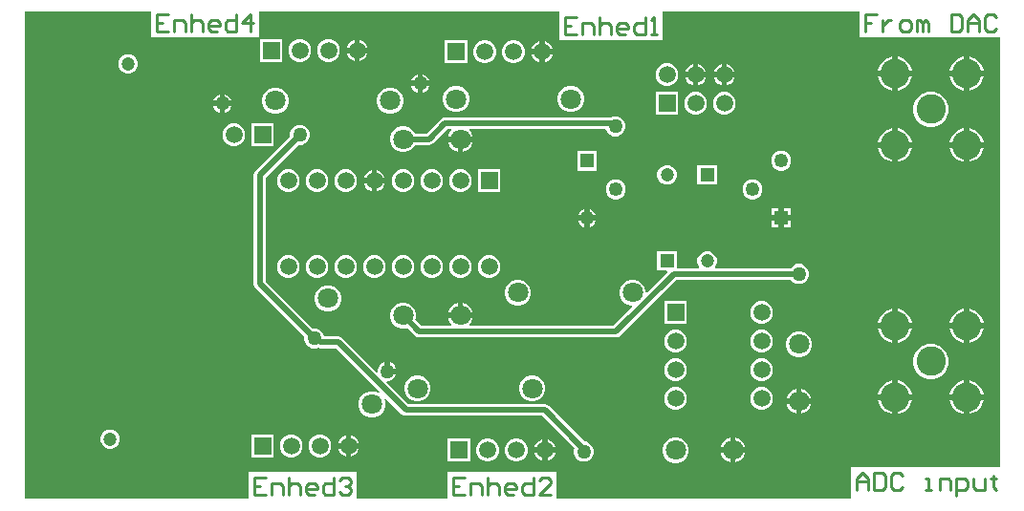
<source format=gbr>
%TF.GenerationSoftware,Altium Limited,Altium Designer,22.4.2 (48)*%
G04 Layer_Physical_Order=1*
G04 Layer_Color=255*
%FSLAX45Y45*%
%MOMM*%
%TF.SameCoordinates,21CD9DD7-479E-4939-AD86-19BEA9B0C4F6*%
%TF.FilePolarity,Positive*%
%TF.FileFunction,Copper,L1,Top,Signal*%
%TF.Part,Single*%
G01*
G75*
%TA.AperFunction,Conductor*%
%ADD10C,0.50800*%
%TA.AperFunction,NonConductor*%
%ADD11C,0.25400*%
%TA.AperFunction,ComponentPad*%
%ADD12C,2.60000*%
%ADD13R,1.50000X1.50000*%
%ADD14C,1.50000*%
%ADD15C,1.80000*%
%ADD16R,1.25000X1.25000*%
%ADD17C,1.25000*%
%ADD18C,1.20000*%
%ADD19R,1.20000X1.20000*%
%ADD20R,1.50000X1.50000*%
%ADD21C,1.19400*%
%TA.AperFunction,ViaPad*%
%ADD22C,1.27000*%
G36*
X7391589Y4343425D02*
X8636000D01*
Y533367D01*
X7315401D01*
Y254000D01*
X4711561D01*
Y495275D01*
X3746640D01*
Y254000D01*
X2946261D01*
Y495275D01*
X1981340D01*
Y254000D01*
X0D01*
Y4572000D01*
X1117740D01*
Y4343425D01*
X2082661D01*
Y4572000D01*
X4724542D01*
X4737231Y4571975D01*
X4737232Y4559300D01*
Y4318025D01*
X5651369D01*
Y4559300D01*
X5651369Y4571975D01*
X5664059Y4572000D01*
X7391589D01*
Y4343425D01*
D02*
G37*
%LPC*%
G36*
X2971400Y4321572D02*
Y4254100D01*
X3038872D01*
X3026937Y4282913D01*
X3000213Y4309637D01*
X2971400Y4321572D01*
D02*
G37*
G36*
X2921400D02*
X2892587Y4309637D01*
X2865863Y4282913D01*
X2853928Y4254100D01*
X2921400D01*
Y4321572D01*
D02*
G37*
G36*
X4609700Y4308872D02*
Y4241400D01*
X4677171D01*
X4665237Y4270213D01*
X4638513Y4296937D01*
X4609700Y4308872D01*
D02*
G37*
G36*
X4559700D02*
X4530887Y4296937D01*
X4504163Y4270213D01*
X4492228Y4241400D01*
X4559700D01*
Y4308872D01*
D02*
G37*
G36*
X3038872Y4204100D02*
X2971400D01*
Y4136628D01*
X3000213Y4148563D01*
X3026937Y4175287D01*
X3038872Y4204100D01*
D02*
G37*
G36*
X2921400D02*
X2853928D01*
X2865863Y4175287D01*
X2892587Y4148563D01*
X2921400Y4136628D01*
Y4204100D01*
D02*
G37*
G36*
X2712371Y4329500D02*
X2672429D01*
X2635528Y4314215D01*
X2607285Y4285972D01*
X2592000Y4249071D01*
Y4209129D01*
X2607285Y4172228D01*
X2635528Y4143985D01*
X2672429Y4128700D01*
X2712371D01*
X2749272Y4143985D01*
X2777515Y4172228D01*
X2792800Y4209129D01*
Y4249071D01*
X2777515Y4285972D01*
X2749272Y4314215D01*
X2712371Y4329500D01*
D02*
G37*
G36*
X2458371D02*
X2418429D01*
X2381528Y4314215D01*
X2353285Y4285972D01*
X2338000Y4249071D01*
Y4209129D01*
X2353285Y4172228D01*
X2381528Y4143985D01*
X2418429Y4128700D01*
X2458371D01*
X2495272Y4143985D01*
X2523515Y4172228D01*
X2538800Y4209129D01*
Y4249071D01*
X2523515Y4285972D01*
X2495272Y4314215D01*
X2458371Y4329500D01*
D02*
G37*
G36*
X2284800D02*
X2084000D01*
Y4128700D01*
X2284800D01*
Y4329500D01*
D02*
G37*
G36*
X4677171Y4191400D02*
X4609700D01*
Y4123928D01*
X4638513Y4135863D01*
X4665237Y4162587D01*
X4677171Y4191400D01*
D02*
G37*
G36*
X4559700D02*
X4492228D01*
X4504163Y4162587D01*
X4530887Y4135863D01*
X4559700Y4123928D01*
Y4191400D01*
D02*
G37*
G36*
X4350671Y4316800D02*
X4310729D01*
X4273828Y4301515D01*
X4245585Y4273272D01*
X4230300Y4236371D01*
Y4196429D01*
X4245585Y4159528D01*
X4273828Y4131285D01*
X4310729Y4116000D01*
X4350671D01*
X4387572Y4131285D01*
X4415815Y4159528D01*
X4431100Y4196429D01*
Y4236371D01*
X4415815Y4273272D01*
X4387572Y4301515D01*
X4350671Y4316800D01*
D02*
G37*
G36*
X4096671D02*
X4056729D01*
X4019828Y4301515D01*
X3991585Y4273272D01*
X3976300Y4236371D01*
Y4196429D01*
X3991585Y4159528D01*
X4019828Y4131285D01*
X4056729Y4116000D01*
X4096671D01*
X4133572Y4131285D01*
X4161815Y4159528D01*
X4177100Y4196429D01*
Y4236371D01*
X4161815Y4273272D01*
X4133572Y4301515D01*
X4096671Y4316800D01*
D02*
G37*
G36*
X3923100D02*
X3722300D01*
Y4116000D01*
X3923100D01*
Y4316800D01*
D02*
G37*
G36*
X8372667Y4174830D02*
X8367830D01*
Y4049830D01*
X8492830D01*
Y4054667D01*
X8469994Y4109798D01*
X8427798Y4151994D01*
X8372667Y4174830D01*
D02*
G37*
G36*
X8317830D02*
X8312993D01*
X8257862Y4151994D01*
X8215666Y4109798D01*
X8192830Y4054667D01*
Y4049830D01*
X8317830D01*
Y4174830D01*
D02*
G37*
G36*
X7739807D02*
X7734970D01*
Y4049830D01*
X7859970D01*
Y4054667D01*
X7837134Y4109798D01*
X7794938Y4151994D01*
X7739807Y4174830D01*
D02*
G37*
G36*
X7684970D02*
X7680133D01*
X7625002Y4151994D01*
X7582806Y4109798D01*
X7559970Y4054667D01*
Y4049830D01*
X7684970D01*
Y4174830D01*
D02*
G37*
G36*
X6222600Y4105672D02*
Y4038200D01*
X6290072D01*
X6278137Y4067013D01*
X6251413Y4093737D01*
X6222600Y4105672D01*
D02*
G37*
G36*
X6172600D02*
X6143787Y4093737D01*
X6117063Y4067013D01*
X6105128Y4038200D01*
X6172600D01*
Y4105672D01*
D02*
G37*
G36*
X5968600D02*
Y4038200D01*
X6036072D01*
X6024137Y4067013D01*
X5997413Y4093737D01*
X5968600Y4105672D01*
D02*
G37*
G36*
X5918600D02*
X5889787Y4093737D01*
X5863063Y4067013D01*
X5851128Y4038200D01*
X5918600D01*
Y4105672D01*
D02*
G37*
G36*
X933877Y4194350D02*
X900023D01*
X868745Y4181394D01*
X844806Y4157455D01*
X831850Y4126177D01*
Y4092323D01*
X844806Y4061045D01*
X868745Y4037105D01*
X900023Y4024150D01*
X933877D01*
X965155Y4037105D01*
X989094Y4061045D01*
X1002050Y4092323D01*
Y4126177D01*
X989094Y4157455D01*
X965155Y4181394D01*
X933877Y4194350D01*
D02*
G37*
G36*
X3530200Y4017024D02*
Y3962000D01*
X3585224D01*
X3575988Y3984299D01*
X3552499Y4007788D01*
X3530200Y4017024D01*
D02*
G37*
G36*
X3480200D02*
X3457901Y4007788D01*
X3434412Y3984299D01*
X3425176Y3962000D01*
X3480200D01*
Y4017024D01*
D02*
G37*
G36*
X5918600Y3988200D02*
X5851128D01*
X5863063Y3959387D01*
X5889787Y3932663D01*
X5918600Y3920728D01*
Y3988200D01*
D02*
G37*
G36*
X6290072D02*
X6222600D01*
Y3920728D01*
X6251413Y3932663D01*
X6278137Y3959387D01*
X6290072Y3988200D01*
D02*
G37*
G36*
X6172600D02*
X6105128D01*
X6117063Y3959387D01*
X6143787Y3932663D01*
X6172600Y3920728D01*
Y3988200D01*
D02*
G37*
G36*
X6036072D02*
X5968600D01*
Y3920728D01*
X5997413Y3932663D01*
X6024137Y3959387D01*
X6036072Y3988200D01*
D02*
G37*
G36*
X5709570Y4113600D02*
X5669629D01*
X5632728Y4098315D01*
X5604485Y4070072D01*
X5589200Y4033171D01*
Y3993229D01*
X5604485Y3956328D01*
X5632728Y3928085D01*
X5669629Y3912800D01*
X5709570D01*
X5746472Y3928085D01*
X5774715Y3956328D01*
X5790000Y3993229D01*
Y4033171D01*
X5774715Y4070072D01*
X5746472Y4098315D01*
X5709570Y4113600D01*
D02*
G37*
G36*
X8492830Y3999830D02*
X8367830D01*
Y3874830D01*
X8372667D01*
X8427798Y3897666D01*
X8469994Y3939862D01*
X8492830Y3994993D01*
Y3999830D01*
D02*
G37*
G36*
X8317830D02*
X8192830D01*
Y3994993D01*
X8215666Y3939862D01*
X8257862Y3897666D01*
X8312993Y3874830D01*
X8317830D01*
Y3999830D01*
D02*
G37*
G36*
X7859970D02*
X7734970D01*
Y3874830D01*
X7739807D01*
X7794938Y3897666D01*
X7837134Y3939862D01*
X7859970Y3994993D01*
Y3999830D01*
D02*
G37*
G36*
X7684970D02*
X7559970D01*
Y3994993D01*
X7582806Y3939862D01*
X7625002Y3897666D01*
X7680133Y3874830D01*
X7684970D01*
Y3999830D01*
D02*
G37*
G36*
X3585224Y3912000D02*
X3530200D01*
Y3856976D01*
X3552499Y3866212D01*
X3575988Y3889701D01*
X3585224Y3912000D01*
D02*
G37*
G36*
X3480200D02*
X3425176D01*
X3434412Y3889701D01*
X3457901Y3866212D01*
X3480200Y3856976D01*
Y3912000D01*
D02*
G37*
G36*
X1777600Y3839224D02*
Y3784200D01*
X1832624D01*
X1823388Y3806499D01*
X1799899Y3829988D01*
X1777600Y3839224D01*
D02*
G37*
G36*
X1727600D02*
X1705301Y3829988D01*
X1681812Y3806499D01*
X1672576Y3784200D01*
X1727600D01*
Y3839224D01*
D02*
G37*
G36*
X4861655Y3912700D02*
X4815746D01*
X4773332Y3895131D01*
X4740870Y3862669D01*
X4723301Y3820255D01*
Y3774346D01*
X4740870Y3731932D01*
X4773332Y3699469D01*
X4815746Y3681900D01*
X4861655D01*
X4904069Y3699469D01*
X4936532Y3731932D01*
X4954101Y3774346D01*
Y3820255D01*
X4936532Y3862669D01*
X4904069Y3895131D01*
X4861655Y3912700D01*
D02*
G37*
G36*
X3845654Y3912700D02*
X3799745D01*
X3757331Y3895131D01*
X3724868Y3862668D01*
X3707299Y3820254D01*
Y3774345D01*
X3724868Y3731931D01*
X3757331Y3699469D01*
X3799745Y3681900D01*
X3845654D01*
X3888068Y3699469D01*
X3920530Y3731931D01*
X3938099Y3774345D01*
Y3820254D01*
X3920530Y3862668D01*
X3888068Y3895131D01*
X3845654Y3912700D01*
D02*
G37*
G36*
X1832624Y3734200D02*
X1777600D01*
Y3679176D01*
X1799899Y3688412D01*
X1823388Y3711901D01*
X1832624Y3734200D01*
D02*
G37*
G36*
X1727600D02*
X1672576D01*
X1681812Y3711901D01*
X1705301Y3688412D01*
X1727600Y3679176D01*
Y3734200D01*
D02*
G37*
G36*
X3261454Y3900000D02*
X3215545D01*
X3173131Y3882431D01*
X3140668Y3849969D01*
X3123100Y3807555D01*
Y3761646D01*
X3140668Y3719232D01*
X3173131Y3686769D01*
X3215545Y3669200D01*
X3261454D01*
X3303868Y3686769D01*
X3336331Y3719232D01*
X3353899Y3761646D01*
Y3807555D01*
X3336331Y3849969D01*
X3303868Y3882431D01*
X3261454Y3900000D01*
D02*
G37*
G36*
X2245454Y3900000D02*
X2199545D01*
X2157131Y3882431D01*
X2124669Y3849969D01*
X2107100Y3807554D01*
Y3761646D01*
X2124669Y3719231D01*
X2157131Y3686769D01*
X2199545Y3669200D01*
X2245454D01*
X2287868Y3686769D01*
X2320331Y3719231D01*
X2337900Y3761646D01*
Y3807554D01*
X2320331Y3849969D01*
X2287868Y3882431D01*
X2245454Y3900000D01*
D02*
G37*
G36*
X6217571Y3859600D02*
X6177629D01*
X6140728Y3844315D01*
X6112485Y3816072D01*
X6097200Y3779171D01*
Y3739229D01*
X6112485Y3702328D01*
X6140728Y3674085D01*
X6177629Y3658800D01*
X6217571D01*
X6254472Y3674085D01*
X6282715Y3702328D01*
X6298000Y3739229D01*
Y3779171D01*
X6282715Y3816072D01*
X6254472Y3844315D01*
X6217571Y3859600D01*
D02*
G37*
G36*
X5963571D02*
X5923629D01*
X5886728Y3844315D01*
X5858485Y3816072D01*
X5843200Y3779171D01*
Y3739229D01*
X5858485Y3702328D01*
X5886728Y3674085D01*
X5923629Y3658800D01*
X5963571D01*
X6000472Y3674085D01*
X6028715Y3702328D01*
X6044000Y3739229D01*
Y3779171D01*
X6028715Y3816072D01*
X6000472Y3844315D01*
X5963571Y3859600D01*
D02*
G37*
G36*
X5790000D02*
X5589200D01*
Y3658800D01*
X5790000D01*
Y3859600D01*
D02*
G37*
G36*
X5250083Y3644900D02*
X5214717D01*
X5187870Y3633780D01*
X5185280Y3634295D01*
X3723841D01*
X3704020Y3630353D01*
X3687217Y3619125D01*
X3561587Y3493495D01*
X3456253D01*
X3450631Y3507069D01*
X3418169Y3539531D01*
X3375754Y3557100D01*
X3329846D01*
X3287431Y3539531D01*
X3254969Y3507069D01*
X3237400Y3464654D01*
Y3418746D01*
X3254969Y3376331D01*
X3287431Y3343869D01*
X3329846Y3326300D01*
X3375754D01*
X3418169Y3343869D01*
X3450631Y3376331D01*
X3456253Y3389905D01*
X3583041D01*
X3602862Y3393847D01*
X3619666Y3405075D01*
X3745296Y3530705D01*
X3777648D01*
X3782509Y3518972D01*
X3767547Y3504010D01*
X3752092Y3466700D01*
X3860800D01*
X3969508D01*
X3954053Y3504010D01*
X3939091Y3518972D01*
X3943952Y3530705D01*
X5146653D01*
X5157034Y3505642D01*
X5182042Y3480634D01*
X5214717Y3467100D01*
X5250083D01*
X5282758Y3480634D01*
X5307766Y3505642D01*
X5321300Y3538317D01*
Y3573683D01*
X5307766Y3606358D01*
X5282758Y3631366D01*
X5250083Y3644900D01*
D02*
G37*
G36*
X8057311Y3863800D02*
X7995489D01*
X7938373Y3840142D01*
X7894658Y3796427D01*
X7871000Y3739311D01*
Y3677489D01*
X7894658Y3620373D01*
X7938373Y3576658D01*
X7995489Y3553000D01*
X8057311D01*
X8114427Y3576658D01*
X8158142Y3620373D01*
X8181800Y3677489D01*
Y3739311D01*
X8158142Y3796427D01*
X8114427Y3840142D01*
X8057311Y3863800D01*
D02*
G37*
G36*
X8372667Y3541970D02*
X8367830D01*
Y3416970D01*
X8492830D01*
Y3421807D01*
X8469994Y3476938D01*
X8427798Y3519134D01*
X8372667Y3541970D01*
D02*
G37*
G36*
X8317830D02*
X8312993D01*
X8257862Y3519134D01*
X8215666Y3476938D01*
X8192830Y3421807D01*
Y3416970D01*
X8317830D01*
Y3541970D01*
D02*
G37*
G36*
X7739807D02*
X7734970D01*
Y3416970D01*
X7859970D01*
Y3421807D01*
X7837134Y3476938D01*
X7794938Y3519134D01*
X7739807Y3541970D01*
D02*
G37*
G36*
X7684970D02*
X7680133D01*
X7625002Y3519134D01*
X7582806Y3476938D01*
X7559970Y3421807D01*
Y3416970D01*
X7684970D01*
Y3541970D01*
D02*
G37*
G36*
X2208600Y3580200D02*
X2007800D01*
Y3379400D01*
X2208600D01*
Y3580200D01*
D02*
G37*
G36*
X1874171D02*
X1834229D01*
X1797328Y3564915D01*
X1769085Y3536672D01*
X1753800Y3499771D01*
Y3459829D01*
X1769085Y3422928D01*
X1797328Y3394685D01*
X1834229Y3379400D01*
X1874171D01*
X1911072Y3394685D01*
X1939315Y3422928D01*
X1954600Y3459829D01*
Y3499771D01*
X1939315Y3536672D01*
X1911072Y3564915D01*
X1874171Y3580200D01*
D02*
G37*
G36*
X3969508Y3416700D02*
X3885800D01*
Y3332992D01*
X3923110Y3348447D01*
X3954053Y3379390D01*
X3969508Y3416700D01*
D02*
G37*
G36*
X3835800D02*
X3752092D01*
X3767547Y3379390D01*
X3798490Y3348447D01*
X3835800Y3332992D01*
Y3416700D01*
D02*
G37*
G36*
X8492830Y3366970D02*
X8367830D01*
Y3241970D01*
X8372667D01*
X8427798Y3264806D01*
X8469994Y3307002D01*
X8492830Y3362133D01*
Y3366970D01*
D02*
G37*
G36*
X8317830D02*
X8192830D01*
Y3362133D01*
X8215666Y3307002D01*
X8257862Y3264806D01*
X8312993Y3241970D01*
X8317830D01*
Y3366970D01*
D02*
G37*
G36*
X7859970D02*
X7734970D01*
Y3241970D01*
X7739807D01*
X7794938Y3264806D01*
X7837134Y3307002D01*
X7859970Y3362133D01*
Y3366970D01*
D02*
G37*
G36*
X7684970D02*
X7559970D01*
Y3362133D01*
X7582806Y3307002D01*
X7625002Y3264806D01*
X7680133Y3241970D01*
X7684970D01*
Y3366970D01*
D02*
G37*
G36*
X6719584Y3339100D02*
X6684616D01*
X6652309Y3325718D01*
X6627582Y3300992D01*
X6614200Y3268685D01*
Y3233716D01*
X6627582Y3201409D01*
X6652309Y3176682D01*
X6684616Y3163300D01*
X6719584D01*
X6751892Y3176682D01*
X6776618Y3201409D01*
X6790000Y3233716D01*
Y3268685D01*
X6776618Y3300992D01*
X6751892Y3325718D01*
X6719584Y3339100D01*
D02*
G37*
G36*
X5069800Y3339099D02*
X4894000D01*
Y3163299D01*
X5069800D01*
Y3339099D01*
D02*
G37*
G36*
X3123800Y3165872D02*
Y3098400D01*
X3191272D01*
X3179337Y3127213D01*
X3152613Y3153937D01*
X3123800Y3165872D01*
D02*
G37*
G36*
X3073800D02*
X3044987Y3153937D01*
X3018263Y3127213D01*
X3006328Y3098400D01*
X3073800D01*
Y3165872D01*
D02*
G37*
G36*
X6130600Y3209900D02*
X5959800D01*
Y3039100D01*
X6130600D01*
Y3209900D01*
D02*
G37*
G36*
X5706587D02*
X5672613D01*
X5641225Y3196899D01*
X5617201Y3172875D01*
X5604200Y3141487D01*
Y3107513D01*
X5617201Y3076125D01*
X5641225Y3052101D01*
X5672613Y3039100D01*
X5706587D01*
X5737975Y3052101D01*
X5761999Y3076125D01*
X5775000Y3107513D01*
Y3141487D01*
X5761999Y3172875D01*
X5737975Y3196899D01*
X5706587Y3209900D01*
D02*
G37*
G36*
X3191272Y3048400D02*
X3123800D01*
Y2980928D01*
X3152613Y2992863D01*
X3179337Y3019587D01*
X3191272Y3048400D01*
D02*
G37*
G36*
X3073800D02*
X3006328D01*
X3018263Y3019587D01*
X3044987Y2992863D01*
X3073800Y2980928D01*
Y3048400D01*
D02*
G37*
G36*
X4215200Y3173800D02*
X4014400D01*
Y2973000D01*
X4215200D01*
Y3173800D01*
D02*
G37*
G36*
X3880770D02*
X3840829D01*
X3803928Y3158515D01*
X3775685Y3130272D01*
X3760400Y3093371D01*
Y3053429D01*
X3775685Y3016528D01*
X3803928Y2988285D01*
X3840829Y2973000D01*
X3880770D01*
X3917672Y2988285D01*
X3945915Y3016528D01*
X3961200Y3053429D01*
Y3093371D01*
X3945915Y3130272D01*
X3917672Y3158515D01*
X3880770Y3173800D01*
D02*
G37*
G36*
X3626771D02*
X3586829D01*
X3549928Y3158515D01*
X3521685Y3130272D01*
X3506400Y3093371D01*
Y3053429D01*
X3521685Y3016528D01*
X3549928Y2988285D01*
X3586829Y2973000D01*
X3626771D01*
X3663672Y2988285D01*
X3691915Y3016528D01*
X3707200Y3053429D01*
Y3093371D01*
X3691915Y3130272D01*
X3663672Y3158515D01*
X3626771Y3173800D01*
D02*
G37*
G36*
X3372771D02*
X3332829D01*
X3295928Y3158515D01*
X3267685Y3130272D01*
X3252400Y3093371D01*
Y3053429D01*
X3267685Y3016528D01*
X3295928Y2988285D01*
X3332829Y2973000D01*
X3372771D01*
X3409672Y2988285D01*
X3437915Y3016528D01*
X3453200Y3053429D01*
Y3093371D01*
X3437915Y3130272D01*
X3409672Y3158515D01*
X3372771Y3173800D01*
D02*
G37*
G36*
X2864771D02*
X2824830D01*
X2787928Y3158515D01*
X2759685Y3130272D01*
X2744400Y3093371D01*
Y3053429D01*
X2759685Y3016528D01*
X2787928Y2988285D01*
X2824830Y2973000D01*
X2864771D01*
X2901672Y2988285D01*
X2929915Y3016528D01*
X2945200Y3053429D01*
Y3093371D01*
X2929915Y3130272D01*
X2901672Y3158515D01*
X2864771Y3173800D01*
D02*
G37*
G36*
X2610771D02*
X2570829D01*
X2533928Y3158515D01*
X2505685Y3130272D01*
X2490400Y3093371D01*
Y3053429D01*
X2505685Y3016528D01*
X2533928Y2988285D01*
X2570829Y2973000D01*
X2610771D01*
X2647672Y2988285D01*
X2675915Y3016528D01*
X2691200Y3053429D01*
Y3093371D01*
X2675915Y3130272D01*
X2647672Y3158515D01*
X2610771Y3173800D01*
D02*
G37*
G36*
X2356771D02*
X2316829D01*
X2279928Y3158515D01*
X2251685Y3130272D01*
X2236400Y3093371D01*
Y3053429D01*
X2251685Y3016528D01*
X2279928Y2988285D01*
X2316829Y2973000D01*
X2356771D01*
X2393672Y2988285D01*
X2421915Y3016528D01*
X2437200Y3053429D01*
Y3093371D01*
X2421915Y3130272D01*
X2393672Y3158515D01*
X2356771Y3173800D01*
D02*
G37*
G36*
X6465584Y3085100D02*
X6430616D01*
X6398309Y3071718D01*
X6373582Y3046991D01*
X6360200Y3014684D01*
Y2979716D01*
X6373582Y2947409D01*
X6398309Y2922682D01*
X6430616Y2909300D01*
X6465584D01*
X6497891Y2922682D01*
X6522618Y2947409D01*
X6536000Y2979716D01*
Y3014684D01*
X6522618Y3046991D01*
X6497891Y3071718D01*
X6465584Y3085100D01*
D02*
G37*
G36*
X5253384D02*
X5218416D01*
X5186109Y3071718D01*
X5161382Y3046991D01*
X5148000Y3014684D01*
Y2979716D01*
X5161382Y2947409D01*
X5186109Y2922682D01*
X5218416Y2909300D01*
X5253384D01*
X5285691Y2922682D01*
X5310418Y2947409D01*
X5323800Y2979716D01*
Y3014684D01*
X5310418Y3046991D01*
X5285691Y3071718D01*
X5253384Y3085100D01*
D02*
G37*
G36*
X6784600Y2825700D02*
X6727100D01*
Y2768200D01*
X6784600D01*
Y2825700D01*
D02*
G37*
G36*
X5006900Y2822142D02*
Y2768200D01*
X5060842D01*
X5051840Y2789932D01*
X5028633Y2813140D01*
X5006900Y2822142D01*
D02*
G37*
G36*
X4956900Y2822141D02*
X4935168Y2813140D01*
X4911960Y2789932D01*
X4902958Y2768200D01*
X4956900D01*
Y2822141D01*
D02*
G37*
G36*
X6677100Y2825700D02*
X6619600D01*
Y2768200D01*
X6677100D01*
Y2825700D01*
D02*
G37*
G36*
X4956900Y2718200D02*
X4902958D01*
X4911960Y2696467D01*
X4935168Y2673260D01*
X4956900Y2664258D01*
Y2718200D01*
D02*
G37*
G36*
X5060842D02*
X5006900D01*
Y2664258D01*
X5028633Y2673260D01*
X5051840Y2696467D01*
X5060842Y2718200D01*
D02*
G37*
G36*
X6784600D02*
X6727100D01*
Y2660700D01*
X6784600D01*
Y2718200D01*
D02*
G37*
G36*
X6677100D02*
X6619600D01*
Y2660700D01*
X6677100D01*
Y2718200D01*
D02*
G37*
G36*
X6062187Y2447300D02*
X6028213D01*
X5996825Y2434299D01*
X5972801Y2410275D01*
X5959800Y2378887D01*
Y2344913D01*
X5972801Y2313525D01*
X5974898Y2311428D01*
X5970038Y2299695D01*
X5775000D01*
Y2447300D01*
X5604200D01*
Y2276500D01*
X5687779D01*
X5692639Y2264767D01*
X5511933Y2084061D01*
X5500200Y2088922D01*
Y2105754D01*
X5482631Y2148169D01*
X5450169Y2180631D01*
X5407755Y2198200D01*
X5361846D01*
X5319432Y2180631D01*
X5286969Y2148169D01*
X5269400Y2105754D01*
Y2059846D01*
X5286969Y2017431D01*
X5319432Y1984969D01*
X5361846Y1967400D01*
X5378679D01*
X5383539Y1955667D01*
X5218467Y1790595D01*
X3943952D01*
X3939091Y1802328D01*
X3954053Y1817290D01*
X3969508Y1854600D01*
X3752092D01*
X3767547Y1817290D01*
X3782509Y1802328D01*
X3777648Y1790595D01*
X3515054D01*
X3462578Y1843072D01*
X3468200Y1856646D01*
Y1902554D01*
X3450631Y1944969D01*
X3418169Y1977431D01*
X3375754Y1995000D01*
X3329846D01*
X3287431Y1977431D01*
X3254969Y1944969D01*
X3237400Y1902554D01*
Y1856646D01*
X3254969Y1814231D01*
X3287431Y1781769D01*
X3329846Y1764200D01*
X3375754D01*
X3389328Y1769822D01*
X3456975Y1702175D01*
X3473779Y1690947D01*
X3493600Y1687005D01*
X5239921D01*
X5259743Y1690947D01*
X5276546Y1702175D01*
X5770476Y2196105D01*
X6784072D01*
X6807642Y2172534D01*
X6840317Y2159000D01*
X6875683D01*
X6908358Y2172534D01*
X6933366Y2197542D01*
X6946900Y2230217D01*
Y2265583D01*
X6933366Y2298258D01*
X6908358Y2323266D01*
X6875683Y2336800D01*
X6840317D01*
X6807642Y2323266D01*
X6784072Y2299695D01*
X6120362D01*
X6115502Y2311428D01*
X6117599Y2313525D01*
X6130600Y2344913D01*
Y2378887D01*
X6117599Y2410275D01*
X6093575Y2434299D01*
X6062187Y2447300D01*
D02*
G37*
G36*
X4134771Y2411800D02*
X4094830D01*
X4057928Y2396515D01*
X4029685Y2368272D01*
X4014400Y2331371D01*
Y2291429D01*
X4029685Y2254528D01*
X4057928Y2226285D01*
X4094830Y2211000D01*
X4134771D01*
X4171672Y2226285D01*
X4199915Y2254528D01*
X4215200Y2291429D01*
Y2331371D01*
X4199915Y2368272D01*
X4171672Y2396515D01*
X4134771Y2411800D01*
D02*
G37*
G36*
X3880770D02*
X3840829D01*
X3803928Y2396515D01*
X3775685Y2368272D01*
X3760400Y2331371D01*
Y2291429D01*
X3775685Y2254528D01*
X3803928Y2226285D01*
X3840829Y2211000D01*
X3880770D01*
X3917672Y2226285D01*
X3945915Y2254528D01*
X3961200Y2291429D01*
Y2331371D01*
X3945915Y2368272D01*
X3917672Y2396515D01*
X3880770Y2411800D01*
D02*
G37*
G36*
X3626771D02*
X3586829D01*
X3549928Y2396515D01*
X3521685Y2368272D01*
X3506400Y2331371D01*
Y2291429D01*
X3521685Y2254528D01*
X3549928Y2226285D01*
X3586829Y2211000D01*
X3626771D01*
X3663672Y2226285D01*
X3691915Y2254528D01*
X3707200Y2291429D01*
Y2331371D01*
X3691915Y2368272D01*
X3663672Y2396515D01*
X3626771Y2411800D01*
D02*
G37*
G36*
X3372771D02*
X3332829D01*
X3295928Y2396515D01*
X3267685Y2368272D01*
X3252400Y2331371D01*
Y2291429D01*
X3267685Y2254528D01*
X3295928Y2226285D01*
X3332829Y2211000D01*
X3372771D01*
X3409672Y2226285D01*
X3437915Y2254528D01*
X3453200Y2291429D01*
Y2331371D01*
X3437915Y2368272D01*
X3409672Y2396515D01*
X3372771Y2411800D01*
D02*
G37*
G36*
X3118771D02*
X3078829D01*
X3041928Y2396515D01*
X3013685Y2368272D01*
X2998400Y2331371D01*
Y2291429D01*
X3013685Y2254528D01*
X3041928Y2226285D01*
X3078829Y2211000D01*
X3118771D01*
X3155672Y2226285D01*
X3183915Y2254528D01*
X3199200Y2291429D01*
Y2331371D01*
X3183915Y2368272D01*
X3155672Y2396515D01*
X3118771Y2411800D01*
D02*
G37*
G36*
X2864771D02*
X2824830D01*
X2787928Y2396515D01*
X2759685Y2368272D01*
X2744400Y2331371D01*
Y2291429D01*
X2759685Y2254528D01*
X2787928Y2226285D01*
X2824830Y2211000D01*
X2864771D01*
X2901672Y2226285D01*
X2929915Y2254528D01*
X2945200Y2291429D01*
Y2331371D01*
X2929915Y2368272D01*
X2901672Y2396515D01*
X2864771Y2411800D01*
D02*
G37*
G36*
X2610771D02*
X2570829D01*
X2533928Y2396515D01*
X2505685Y2368272D01*
X2490400Y2331371D01*
Y2291429D01*
X2505685Y2254528D01*
X2533928Y2226285D01*
X2570829Y2211000D01*
X2610771D01*
X2647672Y2226285D01*
X2675915Y2254528D01*
X2691200Y2291429D01*
Y2331371D01*
X2675915Y2368272D01*
X2647672Y2396515D01*
X2610771Y2411800D01*
D02*
G37*
G36*
X2356771D02*
X2316829D01*
X2279928Y2396515D01*
X2251685Y2368272D01*
X2236400Y2331371D01*
Y2291429D01*
X2251685Y2254528D01*
X2279928Y2226285D01*
X2316829Y2211000D01*
X2356771D01*
X2393672Y2226285D01*
X2421915Y2254528D01*
X2437200Y2291429D01*
Y2331371D01*
X2421915Y2368272D01*
X2393672Y2396515D01*
X2356771Y2411800D01*
D02*
G37*
G36*
X4391754Y2198200D02*
X4345845D01*
X4303431Y2180631D01*
X4270969Y2148169D01*
X4253400Y2105754D01*
Y2059846D01*
X4270969Y2017431D01*
X4303431Y1984969D01*
X4345845Y1967400D01*
X4391754D01*
X4434168Y1984969D01*
X4466631Y2017431D01*
X4484200Y2059846D01*
Y2105754D01*
X4466631Y2148169D01*
X4434168Y2180631D01*
X4391754Y2198200D01*
D02*
G37*
G36*
X2711452Y2146831D02*
X2665543D01*
X2623128Y2129262D01*
X2590666Y2096800D01*
X2573097Y2054386D01*
Y2008477D01*
X2590666Y1966062D01*
X2623128Y1933600D01*
X2665543Y1916031D01*
X2711452D01*
X2753866Y1933600D01*
X2786328Y1966062D01*
X2803897Y2008477D01*
Y2054386D01*
X2786328Y2096800D01*
X2753866Y2129262D01*
X2711452Y2146831D01*
D02*
G37*
G36*
X3885800Y1988308D02*
Y1904600D01*
X3969508D01*
X3954053Y1941910D01*
X3923110Y1972853D01*
X3885800Y1988308D01*
D02*
G37*
G36*
X3835800D02*
X3798490Y1972853D01*
X3767547Y1941910D01*
X3752092Y1904600D01*
X3835800D01*
Y1988308D01*
D02*
G37*
G36*
X8372667Y1939630D02*
X8367830D01*
Y1814630D01*
X8492830D01*
Y1819467D01*
X8469994Y1874598D01*
X8427798Y1916794D01*
X8372667Y1939630D01*
D02*
G37*
G36*
X8317830D02*
X8312993D01*
X8257862Y1916794D01*
X8215666Y1874598D01*
X8192830Y1819467D01*
Y1814630D01*
X8317830D01*
Y1939630D01*
D02*
G37*
G36*
X7739807D02*
X7734970D01*
Y1814630D01*
X7859970D01*
Y1819467D01*
X7837134Y1874598D01*
X7794938Y1916794D01*
X7739807Y1939630D01*
D02*
G37*
G36*
X7684970D02*
X7680133D01*
X7625002Y1916794D01*
X7582806Y1874598D01*
X7559970Y1819467D01*
Y1814630D01*
X7684970D01*
Y1939630D01*
D02*
G37*
G36*
X6547770Y2005400D02*
X6507829D01*
X6470928Y1990115D01*
X6442685Y1961872D01*
X6427400Y1924971D01*
Y1885030D01*
X6442685Y1848128D01*
X6470928Y1819885D01*
X6507829Y1804600D01*
X6547770D01*
X6584672Y1819885D01*
X6612915Y1848128D01*
X6628200Y1885030D01*
Y1924971D01*
X6612915Y1961872D01*
X6584672Y1990115D01*
X6547770Y2005400D01*
D02*
G37*
G36*
X5866200Y2005400D02*
X5665400D01*
Y1804600D01*
X5866200D01*
Y2005400D01*
D02*
G37*
G36*
X8492830Y1764630D02*
X8367830D01*
Y1639630D01*
X8372667D01*
X8427798Y1662466D01*
X8469994Y1704662D01*
X8492830Y1759793D01*
Y1764630D01*
D02*
G37*
G36*
X8317830D02*
X8192830D01*
Y1759793D01*
X8215666Y1704662D01*
X8257862Y1662466D01*
X8312993Y1639630D01*
X8317830D01*
Y1764630D01*
D02*
G37*
G36*
X7859970D02*
X7734970D01*
Y1639630D01*
X7739807D01*
X7794938Y1662466D01*
X7837134Y1704662D01*
X7859970Y1759793D01*
Y1764630D01*
D02*
G37*
G36*
X7684970D02*
X7559970D01*
Y1759793D01*
X7582806Y1704662D01*
X7625002Y1662466D01*
X7680133Y1639630D01*
X7684970D01*
Y1764630D01*
D02*
G37*
G36*
X6547771Y1751400D02*
X6507829D01*
X6470928Y1736115D01*
X6442685Y1707872D01*
X6427400Y1670971D01*
Y1631030D01*
X6442685Y1594128D01*
X6470928Y1565885D01*
X6507829Y1550600D01*
X6547771D01*
X6584672Y1565885D01*
X6612915Y1594128D01*
X6628200Y1631030D01*
Y1670971D01*
X6612915Y1707872D01*
X6584672Y1736115D01*
X6547771Y1751400D01*
D02*
G37*
G36*
X5785771D02*
X5745830D01*
X5708928Y1736115D01*
X5680685Y1707872D01*
X5665400Y1670971D01*
Y1631030D01*
X5680685Y1594128D01*
X5708928Y1565885D01*
X5745830Y1550600D01*
X5785771D01*
X5822672Y1565885D01*
X5850915Y1594128D01*
X5866200Y1631030D01*
Y1670971D01*
X5850915Y1707872D01*
X5822672Y1736115D01*
X5785771Y1751400D01*
D02*
G37*
G36*
X6880954Y1741000D02*
X6835045D01*
X6792631Y1723432D01*
X6760169Y1690969D01*
X6742600Y1648555D01*
Y1602646D01*
X6760169Y1560232D01*
X6792631Y1527769D01*
X6835045Y1510201D01*
X6880954D01*
X6923368Y1527769D01*
X6955831Y1560232D01*
X6973400Y1602646D01*
Y1648555D01*
X6955831Y1690969D01*
X6923368Y1723432D01*
X6880954Y1741000D01*
D02*
G37*
G36*
X3238100Y1464324D02*
Y1409300D01*
X3293124D01*
X3283888Y1431599D01*
X3260399Y1455088D01*
X3238100Y1464324D01*
D02*
G37*
G36*
X8057311Y1628600D02*
X7995489D01*
X7938373Y1604942D01*
X7894658Y1561227D01*
X7871000Y1504111D01*
Y1442289D01*
X7894658Y1385173D01*
X7938373Y1341458D01*
X7995489Y1317800D01*
X8057311D01*
X8114427Y1341458D01*
X8158142Y1385173D01*
X8181800Y1442289D01*
Y1504111D01*
X8158142Y1561227D01*
X8114427Y1604942D01*
X8057311Y1628600D01*
D02*
G37*
G36*
X6547770Y1497400D02*
X6507829D01*
X6470928Y1482115D01*
X6442685Y1453872D01*
X6427400Y1416970D01*
Y1377029D01*
X6442685Y1340128D01*
X6470928Y1311885D01*
X6507829Y1296600D01*
X6547770D01*
X6584671Y1311885D01*
X6612914Y1340128D01*
X6628199Y1377029D01*
Y1416970D01*
X6612914Y1453872D01*
X6584671Y1482115D01*
X6547770Y1497400D01*
D02*
G37*
G36*
X5785770D02*
X5745829D01*
X5708928Y1482115D01*
X5680685Y1453872D01*
X5665400Y1416970D01*
Y1377029D01*
X5680685Y1340128D01*
X5708928Y1311885D01*
X5745829Y1296600D01*
X5785770D01*
X5822671Y1311885D01*
X5850914Y1340128D01*
X5866199Y1377029D01*
Y1416970D01*
X5850914Y1453872D01*
X5822671Y1482115D01*
X5785770Y1497400D01*
D02*
G37*
G36*
X2456083Y3568700D02*
X2420717D01*
X2388042Y3555166D01*
X2363034Y3530158D01*
X2349500Y3497483D01*
Y3464150D01*
X2046175Y3160825D01*
X2034947Y3144021D01*
X2031005Y3124200D01*
Y2159000D01*
X2034947Y2139179D01*
X2046175Y2122375D01*
X2476500Y1692050D01*
Y1658717D01*
X2490034Y1626042D01*
X2515042Y1601034D01*
X2547717Y1587500D01*
X2583083D01*
X2599766Y1594410D01*
X2601481Y1593265D01*
X2621302Y1589322D01*
X2621303Y1589322D01*
X2757029D01*
X3141533Y1204818D01*
X3134339Y1194052D01*
X3100257Y1208169D01*
X3054348D01*
X3011934Y1190600D01*
X2979472Y1158138D01*
X2961903Y1115723D01*
Y1069814D01*
X2979472Y1027400D01*
X3011934Y994938D01*
X3054348Y977369D01*
X3100257D01*
X3142672Y994938D01*
X3175134Y1027400D01*
X3192703Y1069814D01*
Y1115723D01*
X3178586Y1149805D01*
X3189352Y1156999D01*
X3341576Y1004775D01*
X3358379Y993547D01*
X3378201Y989605D01*
X4588646D01*
X4870944Y707306D01*
X4864100Y690783D01*
Y655417D01*
X4877634Y622742D01*
X4902642Y597734D01*
X4935317Y584200D01*
X4970683D01*
X5003358Y597734D01*
X5028366Y622742D01*
X5041900Y655417D01*
Y690783D01*
X5028366Y723458D01*
X5003358Y748466D01*
X4970683Y762000D01*
X4959960D01*
X4954342Y770407D01*
X4646725Y1078025D01*
X4629921Y1089253D01*
X4610100Y1093195D01*
X3399655D01*
X3204750Y1288100D01*
X3210011Y1300800D01*
X3229709D01*
X3260399Y1313512D01*
X3283888Y1337001D01*
X3293124Y1359300D01*
X3213100D01*
Y1384300D01*
X3188100D01*
Y1464324D01*
X3165801Y1455088D01*
X3142312Y1431599D01*
X3129600Y1400909D01*
Y1381211D01*
X3116900Y1375950D01*
X2815108Y1677742D01*
X2798304Y1688970D01*
X2778483Y1692913D01*
X2654300D01*
Y1694083D01*
X2640766Y1726758D01*
X2615758Y1751766D01*
X2583083Y1765300D01*
X2549750D01*
X2134595Y2180454D01*
Y3102746D01*
X2422750Y3390900D01*
X2456083D01*
X2488758Y3404434D01*
X2513766Y3429442D01*
X2527300Y3462117D01*
Y3497483D01*
X2513766Y3530158D01*
X2488758Y3555166D01*
X2456083Y3568700D01*
D02*
G37*
G36*
X8372667Y1306770D02*
X8367830D01*
Y1181770D01*
X8492830D01*
Y1186607D01*
X8469994Y1241738D01*
X8427798Y1283934D01*
X8372667Y1306770D01*
D02*
G37*
G36*
X8317830D02*
X8312993D01*
X8257862Y1283934D01*
X8215666Y1241738D01*
X8192830Y1186607D01*
Y1181770D01*
X8317830D01*
Y1306770D01*
D02*
G37*
G36*
X7739807D02*
X7734970D01*
Y1181770D01*
X7859970D01*
Y1186607D01*
X7837134Y1241738D01*
X7794938Y1283934D01*
X7739807Y1306770D01*
D02*
G37*
G36*
X7684970D02*
X7680133D01*
X7625002Y1283934D01*
X7582806Y1241738D01*
X7559970Y1186607D01*
Y1181770D01*
X7684970D01*
Y1306770D01*
D02*
G37*
G36*
X6883000Y1226308D02*
Y1142600D01*
X6966708D01*
X6951254Y1179910D01*
X6920310Y1210853D01*
X6883000Y1226308D01*
D02*
G37*
G36*
X6833000Y1226307D02*
X6795690Y1210853D01*
X6764747Y1179910D01*
X6749293Y1142600D01*
X6833000D01*
Y1226307D01*
D02*
G37*
G36*
X4518755Y1347300D02*
X4472846D01*
X4430432Y1329731D01*
X4397969Y1297269D01*
X4380400Y1254854D01*
Y1208946D01*
X4397969Y1166531D01*
X4430432Y1134069D01*
X4472846Y1116500D01*
X4518755D01*
X4561169Y1134069D01*
X4593631Y1166531D01*
X4611200Y1208946D01*
Y1254854D01*
X4593631Y1297269D01*
X4561169Y1329731D01*
X4518755Y1347300D01*
D02*
G37*
G36*
X3502754D02*
X3456845D01*
X3414431Y1329731D01*
X3381969Y1297269D01*
X3364400Y1254854D01*
Y1208946D01*
X3381969Y1166531D01*
X3414431Y1134069D01*
X3456845Y1116500D01*
X3502754D01*
X3545168Y1134069D01*
X3577631Y1166531D01*
X3595200Y1208946D01*
Y1254854D01*
X3577631Y1297269D01*
X3545168Y1329731D01*
X3502754Y1347300D01*
D02*
G37*
G36*
X6547770Y1243400D02*
X6507829D01*
X6470928Y1228115D01*
X6442685Y1199872D01*
X6427400Y1162971D01*
Y1123030D01*
X6442685Y1086128D01*
X6470928Y1057885D01*
X6507829Y1042600D01*
X6547770D01*
X6584672Y1057885D01*
X6612915Y1086128D01*
X6628200Y1123030D01*
Y1162971D01*
X6612915Y1199872D01*
X6584672Y1228115D01*
X6547770Y1243400D01*
D02*
G37*
G36*
X5785771Y1243400D02*
X5745829D01*
X5708928Y1228115D01*
X5680685Y1199872D01*
X5665400Y1162971D01*
Y1123029D01*
X5680685Y1086128D01*
X5708928Y1057885D01*
X5745829Y1042600D01*
X5785771D01*
X5822672Y1057885D01*
X5850915Y1086128D01*
X5866200Y1123029D01*
Y1162971D01*
X5850915Y1199872D01*
X5822672Y1228115D01*
X5785771Y1243400D01*
D02*
G37*
G36*
X6833000Y1092600D02*
X6749293D01*
X6764747Y1055290D01*
X6795690Y1024347D01*
X6833000Y1008893D01*
Y1092600D01*
D02*
G37*
G36*
X6966708D02*
X6883000D01*
Y1008892D01*
X6920310Y1024347D01*
X6951254Y1055290D01*
X6966708Y1092600D01*
D02*
G37*
G36*
X8492830Y1131770D02*
X8367830D01*
Y1006770D01*
X8372667D01*
X8427798Y1029606D01*
X8469994Y1071802D01*
X8492830Y1126933D01*
Y1131770D01*
D02*
G37*
G36*
X8317830D02*
X8192830D01*
Y1126933D01*
X8215666Y1071802D01*
X8257862Y1029606D01*
X8312993Y1006770D01*
X8317830D01*
Y1131770D01*
D02*
G37*
G36*
X7859970D02*
X7734970D01*
Y1006770D01*
X7739807D01*
X7794938Y1029606D01*
X7837134Y1071802D01*
X7859970Y1126933D01*
Y1131770D01*
D02*
G37*
G36*
X7684970D02*
X7559970D01*
Y1126933D01*
X7582806Y1071802D01*
X7625002Y1029606D01*
X7680133Y1006770D01*
X7684970D01*
Y1131770D01*
D02*
G37*
G36*
X2895200Y816372D02*
Y748900D01*
X2962672D01*
X2950737Y777713D01*
X2924013Y804437D01*
X2895200Y816372D01*
D02*
G37*
G36*
X2845200D02*
X2816387Y804437D01*
X2789663Y777713D01*
X2777728Y748900D01*
X2845200D01*
Y816372D01*
D02*
G37*
G36*
X6298800Y794507D02*
Y710800D01*
X6382507D01*
X6367053Y748110D01*
X6336110Y779053D01*
X6298800Y794507D01*
D02*
G37*
G36*
X4635100Y778272D02*
Y710800D01*
X4702572D01*
X4690637Y739613D01*
X4663913Y766337D01*
X4635100Y778272D01*
D02*
G37*
G36*
X4585100D02*
X4556287Y766337D01*
X4529563Y739613D01*
X4517629Y710800D01*
X4585100D01*
Y778272D01*
D02*
G37*
G36*
X6248800Y794508D02*
X6211490Y779053D01*
X6180546Y748110D01*
X6165092Y710800D01*
X6248800D01*
Y794508D01*
D02*
G37*
G36*
X775077Y869850D02*
X741223D01*
X709945Y856894D01*
X686005Y832955D01*
X673050Y801677D01*
Y767823D01*
X686005Y736545D01*
X709945Y712606D01*
X741223Y699650D01*
X775077D01*
X806355Y712606D01*
X830294Y736545D01*
X843250Y767823D01*
Y801677D01*
X830294Y832955D01*
X806355Y856894D01*
X775077Y869850D01*
D02*
G37*
G36*
X2962672Y698900D02*
X2895200D01*
Y631428D01*
X2924013Y643363D01*
X2950737Y670087D01*
X2962672Y698900D01*
D02*
G37*
G36*
X2845200D02*
X2777728D01*
X2789663Y670087D01*
X2816387Y643363D01*
X2845200Y631428D01*
Y698900D01*
D02*
G37*
G36*
X2636171Y824300D02*
X2596229D01*
X2559328Y809015D01*
X2531085Y780772D01*
X2515800Y743871D01*
Y703929D01*
X2531085Y667028D01*
X2559328Y638785D01*
X2596229Y623500D01*
X2636171D01*
X2673072Y638785D01*
X2701315Y667028D01*
X2716600Y703929D01*
Y743871D01*
X2701315Y780772D01*
X2673072Y809015D01*
X2636171Y824300D01*
D02*
G37*
G36*
X2382171D02*
X2342229D01*
X2305328Y809015D01*
X2277085Y780772D01*
X2261800Y743871D01*
Y703929D01*
X2277085Y667028D01*
X2305328Y638785D01*
X2342229Y623500D01*
X2382171D01*
X2419072Y638785D01*
X2447315Y667028D01*
X2462600Y703929D01*
Y743871D01*
X2447315Y780772D01*
X2419072Y809015D01*
X2382171Y824300D01*
D02*
G37*
G36*
X2208600D02*
X2007800D01*
Y623500D01*
X2208600D01*
Y824300D01*
D02*
G37*
G36*
X4702572Y660800D02*
X4635100D01*
Y593328D01*
X4663913Y605263D01*
X4690637Y631987D01*
X4702572Y660800D01*
D02*
G37*
G36*
X4585100D02*
X4517629D01*
X4529563Y631987D01*
X4556287Y605263D01*
X4585100Y593328D01*
Y660800D01*
D02*
G37*
G36*
X4376071Y786200D02*
X4336129D01*
X4299228Y770915D01*
X4270985Y742672D01*
X4255700Y705771D01*
Y665829D01*
X4270985Y628928D01*
X4299228Y600685D01*
X4336129Y585400D01*
X4376071D01*
X4412972Y600685D01*
X4441215Y628928D01*
X4456500Y665829D01*
Y705771D01*
X4441215Y742672D01*
X4412972Y770915D01*
X4376071Y786200D01*
D02*
G37*
G36*
X4122071D02*
X4082129D01*
X4045228Y770915D01*
X4016985Y742672D01*
X4001700Y705771D01*
Y665829D01*
X4016985Y628928D01*
X4045228Y600685D01*
X4082129Y585400D01*
X4122071D01*
X4158972Y600685D01*
X4187215Y628928D01*
X4202500Y665829D01*
Y705771D01*
X4187215Y742672D01*
X4158972Y770915D01*
X4122071Y786200D01*
D02*
G37*
G36*
X3948500D02*
X3747700D01*
Y585400D01*
X3948500D01*
Y786200D01*
D02*
G37*
G36*
X6382507Y660800D02*
X6298800D01*
Y577093D01*
X6336110Y592547D01*
X6367053Y623490D01*
X6382507Y660800D01*
D02*
G37*
G36*
X6248800D02*
X6165092D01*
X6180546Y623490D01*
X6211490Y592547D01*
X6248800Y577092D01*
Y660800D01*
D02*
G37*
G36*
X5788754Y801200D02*
X5742845D01*
X5700431Y783631D01*
X5667969Y751169D01*
X5650400Y708754D01*
Y662846D01*
X5667969Y620431D01*
X5700431Y587969D01*
X5742845Y570400D01*
X5788754D01*
X5831168Y587969D01*
X5863631Y620431D01*
X5881200Y662846D01*
Y708754D01*
X5863631Y751169D01*
X5831168Y783631D01*
X5788754Y801200D01*
D02*
G37*
%LPD*%
D10*
X5749022Y2247900D02*
X6858000D01*
X5239921Y1738800D02*
X5749022Y2247900D01*
X3493600Y1738800D02*
X5239921D01*
X3352800Y1879600D02*
X3493600Y1738800D01*
X5185280Y3582500D02*
X5211781Y3556000D01*
X5232400D01*
X3352800Y3441700D02*
X3583041D01*
X3723841Y3582500D01*
X5185280D01*
X2778483Y1641117D02*
X3378201Y1041400D01*
X2621302Y1641117D02*
X2778483D01*
X2586019Y1676400D02*
X2621302Y1641117D01*
X3378201Y1041400D02*
X4610100D01*
X2565400Y1676400D02*
X2586019D01*
X2082800Y2159000D02*
X2565400Y1676400D01*
X4610100Y1041400D02*
X4917717Y733783D01*
X4953000Y673100D02*
Y693719D01*
X4917717Y729002D02*
Y733783D01*
Y729002D02*
X4953000Y693719D01*
X2082800Y2159000D02*
Y3124200D01*
X2438400Y3479800D01*
D11*
X7366201Y330217D02*
Y431784D01*
X7416985Y482567D01*
X7467769Y431784D01*
Y330217D01*
Y406392D01*
X7366201D01*
X7518552Y482567D02*
Y330217D01*
X7594728D01*
X7620119Y355608D01*
Y457175D01*
X7594728Y482567D01*
X7518552D01*
X7772470Y457175D02*
X7747078Y482567D01*
X7696295D01*
X7670903Y457175D01*
Y355608D01*
X7696295Y330217D01*
X7747078D01*
X7772470Y355608D01*
X7975604Y330217D02*
X8026388D01*
X8000996D01*
Y431784D01*
X7975604D01*
X8102563Y330217D02*
Y431784D01*
X8178739D01*
X8204130Y406392D01*
Y330217D01*
X8254914Y279433D02*
Y431784D01*
X8331089D01*
X8356481Y406392D01*
Y355608D01*
X8331089Y330217D01*
X8254914D01*
X8407265Y431784D02*
Y355608D01*
X8432656Y330217D01*
X8508832D01*
Y431784D01*
X8585007Y457175D02*
Y431784D01*
X8559615D01*
X8610399D01*
X8585007D01*
Y355608D01*
X8610399Y330217D01*
X7543956Y4546575D02*
X7442389D01*
Y4470400D01*
X7493172D01*
X7442389D01*
Y4394225D01*
X7594740Y4495792D02*
Y4394225D01*
Y4445008D01*
X7620132Y4470400D01*
X7645523Y4495792D01*
X7670915D01*
X7772482Y4394225D02*
X7823266D01*
X7848658Y4419617D01*
Y4470400D01*
X7823266Y4495792D01*
X7772482D01*
X7747090Y4470400D01*
Y4419617D01*
X7772482Y4394225D01*
X7899441D02*
Y4495792D01*
X7924833D01*
X7950225Y4470400D01*
Y4394225D01*
Y4470400D01*
X7975617Y4495792D01*
X8001008Y4470400D01*
Y4394225D01*
X8204143Y4546575D02*
Y4394225D01*
X8280318D01*
X8305710Y4419617D01*
Y4521183D01*
X8280318Y4546575D01*
X8204143D01*
X8356493Y4394225D02*
Y4495792D01*
X8407277Y4546575D01*
X8458061Y4495792D01*
Y4394225D01*
Y4470400D01*
X8356493D01*
X8610411Y4521183D02*
X8585019Y4546575D01*
X8534236D01*
X8508844Y4521183D01*
Y4419617D01*
X8534236Y4394225D01*
X8585019D01*
X8610411Y4419617D01*
X4889599Y4521175D02*
X4788032D01*
Y4368825D01*
X4889599D01*
X4788032Y4445000D02*
X4838815D01*
X4940382Y4368825D02*
Y4470392D01*
X5016558D01*
X5041950Y4445000D01*
Y4368825D01*
X5092733Y4521175D02*
Y4368825D01*
Y4445000D01*
X5118125Y4470392D01*
X5168908D01*
X5194300Y4445000D01*
Y4368825D01*
X5321259D02*
X5270476D01*
X5245084Y4394217D01*
Y4445000D01*
X5270476Y4470392D01*
X5321259D01*
X5346651Y4445000D01*
Y4419608D01*
X5245084D01*
X5499002Y4521175D02*
Y4368825D01*
X5422826D01*
X5397434Y4394217D01*
Y4445000D01*
X5422826Y4470392D01*
X5499002D01*
X5549785Y4368825D02*
X5600569D01*
X5575177D01*
Y4521175D01*
X5549785Y4495783D01*
X1270107Y4546575D02*
X1168540D01*
Y4394225D01*
X1270107D01*
X1168540Y4470400D02*
X1219323D01*
X1320890Y4394225D02*
Y4495792D01*
X1397066D01*
X1422458Y4470400D01*
Y4394225D01*
X1473241Y4546575D02*
Y4394225D01*
Y4470400D01*
X1498633Y4495792D01*
X1549417D01*
X1574808Y4470400D01*
Y4394225D01*
X1701767D02*
X1650984D01*
X1625592Y4419617D01*
Y4470400D01*
X1650984Y4495792D01*
X1701767D01*
X1727159Y4470400D01*
Y4445008D01*
X1625592D01*
X1879510Y4546575D02*
Y4394225D01*
X1803334D01*
X1777943Y4419617D01*
Y4470400D01*
X1803334Y4495792D01*
X1879510D01*
X2006469Y4394225D02*
Y4546575D01*
X1930293Y4470400D01*
X2031861D01*
X3899007Y444475D02*
X3797440D01*
Y292125D01*
X3899007D01*
X3797440Y368300D02*
X3848223D01*
X3949790Y292125D02*
Y393692D01*
X4025966D01*
X4051358Y368300D01*
Y292125D01*
X4102141Y444475D02*
Y292125D01*
Y368300D01*
X4127533Y393692D01*
X4178317D01*
X4203708Y368300D01*
Y292125D01*
X4330667D02*
X4279884D01*
X4254492Y317517D01*
Y368300D01*
X4279884Y393692D01*
X4330667D01*
X4356059Y368300D01*
Y342908D01*
X4254492D01*
X4508410Y444475D02*
Y292125D01*
X4432234D01*
X4406843Y317517D01*
Y368300D01*
X4432234Y393692D01*
X4508410D01*
X4660761Y292125D02*
X4559193D01*
X4660761Y393692D01*
Y419083D01*
X4635369Y444475D01*
X4584585D01*
X4559193Y419083D01*
X2133707Y444475D02*
X2032140D01*
Y292125D01*
X2133707D01*
X2032140Y368300D02*
X2082923D01*
X2184490Y292125D02*
Y393692D01*
X2260666D01*
X2286058Y368300D01*
Y292125D01*
X2336841Y444475D02*
Y292125D01*
Y368300D01*
X2362233Y393692D01*
X2413017D01*
X2438408Y368300D01*
Y292125D01*
X2565367D02*
X2514584D01*
X2489192Y317517D01*
Y368300D01*
X2514584Y393692D01*
X2565367D01*
X2590759Y368300D01*
Y342908D01*
X2489192D01*
X2743110Y444475D02*
Y292125D01*
X2666934D01*
X2641543Y317517D01*
Y368300D01*
X2666934Y393692D01*
X2743110D01*
X2793893Y419083D02*
X2819285Y444475D01*
X2870069D01*
X2895461Y419083D01*
Y393692D01*
X2870069Y368300D01*
X2844677D01*
X2870069D01*
X2895461Y342908D01*
Y317517D01*
X2870069Y292125D01*
X2819285D01*
X2793893Y317517D01*
D12*
X7709970Y1156770D02*
D03*
X8342830D02*
D03*
Y1789630D02*
D03*
X7709970D02*
D03*
X8026400Y1473200D02*
D03*
X7709970Y3391970D02*
D03*
X8342830D02*
D03*
Y4024830D02*
D03*
X7709970D02*
D03*
X8026400Y3708400D02*
D03*
D13*
X3822700Y4216400D02*
D03*
X2184400Y4229100D02*
D03*
X3848100Y685800D02*
D03*
X2108200Y723900D02*
D03*
X5765800Y1905000D02*
D03*
X2108200Y3479800D02*
D03*
X5689600Y3759200D02*
D03*
D14*
X4076700Y4216400D02*
D03*
X4330700D02*
D03*
X4584700D02*
D03*
X2438400Y4229100D02*
D03*
X2692400D02*
D03*
X2946400D02*
D03*
X4102100Y685800D02*
D03*
X4356100D02*
D03*
X4610100D02*
D03*
X2362200Y723900D02*
D03*
X2616200D02*
D03*
X2870200D02*
D03*
X5765800Y1651000D02*
D03*
X5765799Y1397000D02*
D03*
X5765800Y1143000D02*
D03*
X6527800Y1905000D02*
D03*
X6527800Y1651000D02*
D03*
X6527799Y1397000D02*
D03*
X6527800Y1143000D02*
D03*
X1854200Y3479800D02*
D03*
X2336800Y2311400D02*
D03*
X2590800D02*
D03*
X2844800D02*
D03*
X3098800D02*
D03*
X3352800D02*
D03*
X3606800D02*
D03*
X3860800D02*
D03*
X4114800D02*
D03*
X2336800Y3073400D02*
D03*
X2590800D02*
D03*
X2844800D02*
D03*
X3098800D02*
D03*
X3352800D02*
D03*
X3606800D02*
D03*
X3860800D02*
D03*
X5689600Y4013200D02*
D03*
X5943600Y3759200D02*
D03*
Y4013200D02*
D03*
X6197600Y3759200D02*
D03*
Y4013200D02*
D03*
D15*
X6858000Y1117600D02*
D03*
X6858000Y1625601D02*
D03*
X6273800Y685800D02*
D03*
X5765800D02*
D03*
X3238499Y3784600D02*
D03*
X2222500Y3784600D02*
D03*
X3077303Y1092769D02*
D03*
X2688497Y2031431D02*
D03*
X4495800Y1231900D02*
D03*
X3479800D02*
D03*
X4838701Y3797300D02*
D03*
X3822699Y3797300D02*
D03*
X3352800Y1879600D02*
D03*
X3860800D02*
D03*
Y3441700D02*
D03*
X3352800D02*
D03*
X4368800Y2082800D02*
D03*
X5384800D02*
D03*
D16*
X6702100Y2743200D02*
D03*
X4981900Y3251199D02*
D03*
D17*
X6448100Y2997200D02*
D03*
X6702100Y3251200D02*
D03*
X5235900Y2997200D02*
D03*
X4981900Y2743200D02*
D03*
D18*
X6045200Y2361900D02*
D03*
X5689600Y3124500D02*
D03*
D19*
X6045200D02*
D03*
X5689600Y2361900D02*
D03*
D20*
X4114800Y3073400D02*
D03*
D21*
X916950Y4109250D02*
D03*
X758150Y784750D02*
D03*
D22*
X5232400Y3556000D02*
D03*
X6858000Y2247900D02*
D03*
X4953000Y673100D02*
D03*
X1752600Y3759200D02*
D03*
X3505200Y3937000D02*
D03*
X3213100Y1384300D02*
D03*
X2565400Y1676400D02*
D03*
X2438400Y3479800D02*
D03*
%TF.MD5,6a0ce83441187d575cecf6c54422cf6c*%
M02*

</source>
